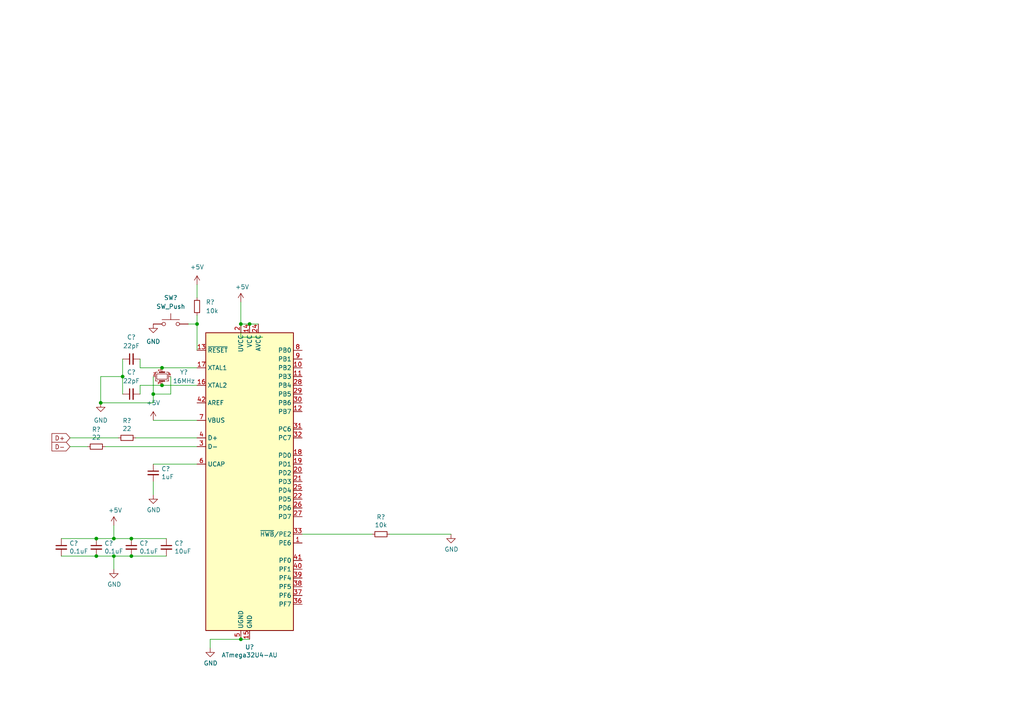
<source format=kicad_sch>
(kicad_sch (version 20211123) (generator eeschema)
  (paper "A4")
  (lib_symbols
    (symbol "Device:C_Small" (pin_numbers hide) (pin_names (offset 0.254) hide)
      (property "Reference" "C" (at 0.254 1.778 0))
      (property "Value" "C_Small" (at 0.254 -2.032 0))
      (symbol "C_Small_0_1"
        (polyline (pts (xy -1.524 -0.508) (xy 1.524 -0.508)) (stroke (width 0.3302)))
        (polyline (pts (xy -1.524 0.508) (xy 1.524 0.508)) (stroke (width 0.3048)))
      )
      (symbol "C_Small_1_1"
        (pin passive line (at 0 2.54 270) (length 2.032) (name "~") (number "1"))
        (pin passive line (at 0 -2.54 90) (length 2.032) (name "~") (number "2"))
      )
    )
    (symbol "Device:Crystal_GND24_Small" (pin_names (offset 1.016) hide)
      (property "Reference" "Y" (at 1.27 4.445 0))
      (property "Value" "Crystal_GND24_Small" (at 1.27 2.54 0))
      (symbol "Crystal_GND24_Small_0_1"
        (rectangle (start -0.762 -1.524) (end 0.762 1.524))
        (polyline (pts (xy -1.27 -0.762) (xy -1.27 0.762)) (stroke (width 0.381)))
        (polyline (pts (xy 1.27 -0.762) (xy 1.27 0.762)) (stroke (width 0.381)))
        (polyline (pts (xy -1.27 -1.27) (xy -1.27 -1.905) (xy 1.27 -1.905) (xy 1.27 -1.27)))
        (polyline (pts (xy -1.27 1.27) (xy -1.27 1.905) (xy 1.27 1.905) (xy 1.27 1.27)))
      )
      (symbol "Crystal_GND24_Small_1_1"
        (pin passive line (at -2.54 0 0) (length 1.27) (name "1") (number "1"))
        (pin passive line (at 0 -2.54 90) (length 0.635) (name "2") (number "2"))
        (pin passive line (at 2.54 0 180) (length 1.27) (name "3") (number "3"))
        (pin passive line (at 0 2.54 270) (length 0.635) (name "4") (number "4"))
      )
    )
    (symbol "Device:R_Small" (pin_numbers hide) (pin_names (offset 0.254) hide)
      (property "Reference" "R" (at 0.762 0.508 0))
      (property "Value" "R_Small" (at 0.762 -1.016 0))
      (symbol "R_Small_0_1"
        (rectangle (start -0.762 1.778) (end 0.762 -1.778) (stroke (width 0.2032)))
      )
      (symbol "R_Small_1_1"
        (pin passive line (at 0 2.54 270) (length 0.762) (name "~") (number "1"))
        (pin passive line (at 0 -2.54 90) (length 0.762) (name "~") (number "2"))
      )
    )
    (symbol "MCU_Microchip_ATmega:ATmega32U4-AU"
      (property "Reference" "U" (at -12.7 44.45 0))
      (property "Value" "MCU_Microchip_ATmega_ATmega32U4-AU" (at 2.54 -44.45 0))
      (symbol "ATmega32U4-AU_0_1"
        (rectangle (start -12.7 -43.18) (end 12.7 43.18) (stroke (width 0.254)) (fill (type background)))
      )
      (symbol "ATmega32U4-AU_1_1"
        (pin bidirectional line (at 15.24 -17.78 180) (length 2.54) (name "PE6") (number "1"))
        (pin bidirectional line (at 15.24 33.02 180) (length 2.54) (name "PB2") (number "10"))
        (pin bidirectional line (at 15.24 30.48 180) (length 2.54) (name "PB3") (number "11"))
        (pin bidirectional line (at 15.24 20.32 180) (length 2.54) (name "PB7") (number "12"))
        (pin input line (at -15.24 38.1 0) (length 2.54) (name "~{RESET}") (number "13"))
        (pin power_in line (at 0 45.72 270) (length 2.54) (name "VCC") (number "14"))
        (pin power_in line (at 0 -45.72 90) (length 2.54) (name "GND") (number "15"))
        (pin output line (at -15.24 27.94 0) (length 2.54) (name "XTAL2") (number "16"))
        (pin input line (at -15.24 33.02 0) (length 2.54) (name "XTAL1") (number "17"))
        (pin bidirectional line (at 15.24 7.62 180) (length 2.54) (name "PD0") (number "18"))
        (pin bidirectional line (at 15.24 5.08 180) (length 2.54) (name "PD1") (number "19"))
        (pin power_in line (at -2.54 45.72 270) (length 2.54) (name "UVCC") (number "2"))
        (pin bidirectional line (at 15.24 2.54 180) (length 2.54) (name "PD2") (number "20"))
        (pin bidirectional line (at 15.24 0 180) (length 2.54) (name "PD3") (number "21"))
        (pin bidirectional line (at 15.24 -5.08 180) (length 2.54) (name "PD5") (number "22"))
        (pin passive line (at 0 -45.72 90) (length 2.54) hide (name "GND") (number "23"))
        (pin power_in line (at 2.54 45.72 270) (length 2.54) (name "AVCC") (number "24"))
        (pin bidirectional line (at 15.24 -2.54 180) (length 2.54) (name "PD4") (number "25"))
        (pin bidirectional line (at 15.24 -7.62 180) (length 2.54) (name "PD6") (number "26"))
        (pin bidirectional line (at 15.24 -10.16 180) (length 2.54) (name "PD7") (number "27"))
        (pin bidirectional line (at 15.24 27.94 180) (length 2.54) (name "PB4") (number "28"))
        (pin bidirectional line (at 15.24 25.4 180) (length 2.54) (name "PB5") (number "29"))
        (pin bidirectional line (at -15.24 10.16 0) (length 2.54) (name "D-") (number "3"))
        (pin bidirectional line (at 15.24 22.86 180) (length 2.54) (name "PB6") (number "30"))
        (pin bidirectional line (at 15.24 15.24 180) (length 2.54) (name "PC6") (number "31"))
        (pin bidirectional line (at 15.24 12.7 180) (length 2.54) (name "PC7") (number "32"))
        (pin bidirectional line (at 15.24 -15.24 180) (length 2.54) (name "~{HWB}/PE2") (number "33"))
        (pin passive line (at 0 45.72 270) (length 2.54) hide (name "VCC") (number "34"))
        (pin passive line (at 0 -45.72 90) (length 2.54) hide (name "GND") (number "35"))
        (pin bidirectional line (at 15.24 -35.56 180) (length 2.54) (name "PF7") (number "36"))
        (pin bidirectional line (at 15.24 -33.02 180) (length 2.54) (name "PF6") (number "37"))
        (pin bidirectional line (at 15.24 -30.48 180) (length 2.54) (name "PF5") (number "38"))
        (pin bidirectional line (at 15.24 -27.94 180) (length 2.54) (name "PF4") (number "39"))
        (pin bidirectional line (at -15.24 12.7 0) (length 2.54) (name "D+") (number "4"))
        (pin bidirectional line (at 15.24 -25.4 180) (length 2.54) (name "PF1") (number "40"))
        (pin bidirectional line (at 15.24 -22.86 180) (length 2.54) (name "PF0") (number "41"))
        (pin passive line (at -15.24 22.86 0) (length 2.54) (name "AREF") (number "42"))
        (pin passive line (at 0 -45.72 90) (length 2.54) hide (name "GND") (number "43"))
        (pin passive line (at 2.54 45.72 270) (length 2.54) hide (name "AVCC") (number "44"))
        (pin passive line (at -2.54 -45.72 90) (length 2.54) (name "UGND") (number "5"))
        (pin passive line (at -15.24 5.08 0) (length 2.54) (name "UCAP") (number "6"))
        (pin input line (at -15.24 17.78 0) (length 2.54) (name "VBUS") (number "7"))
        (pin bidirectional line (at 15.24 38.1 180) (length 2.54) (name "PB0") (number "8"))
        (pin bidirectional line (at 15.24 35.56 180) (length 2.54) (name "PB1") (number "9"))
      )
    )
    (symbol "Switch:SW_Push" (pin_numbers hide) (pin_names (offset 1.016) hide)
      (property "Reference" "SW" (at 1.27 2.54 0))
      (property "Value" "SW_Push" (at 0 -1.524 0))
      (symbol "SW_Push_0_1"
        (circle (center -2.032 0) (radius 0.508))
        (polyline (pts (xy 0 1.27) (xy 0 3.048)))
        (polyline (pts (xy 2.54 1.27) (xy -2.54 1.27)))
        (circle (center 2.032 0) (radius 0.508))
        (pin passive line (at -5.08 0 0) (length 2.54) (name "1") (number "1"))
        (pin passive line (at 5.08 0 180) (length 2.54) (name "2") (number "2"))
      )
    )
    (symbol "power:+5V" (power) (pin_names (offset 0))
      (property "Value" "+5V" (at 0 3.556 0))
      (symbol "+5V_0_1"
        (polyline (pts (xy -0.762 1.27) (xy 0 2.54)))
        (polyline (pts (xy 0 0) (xy 0 2.54)))
        (polyline (pts (xy 0 2.54) (xy 0.762 1.27)))
      )
      (symbol "+5V_1_1"
        (pin power_in line (at 0 0 90) (length 0) hide (name "+5V") (number "1"))
      )
    )
    (symbol "power:GND" (power) (pin_names (offset 0))
      (property "Value" "GND" (at 0 -3.81 0))
      (symbol "GND_0_1"
        (polyline (pts (xy 0 0) (xy 0 -1.27) (xy 1.27 -1.27) (xy 0 -2.54) (xy -1.27 -1.27) (xy 0 -1.27)))
      )
      (symbol "GND_1_1"
        (pin power_in line (at 0 0 270) (length 0) hide (name "GND") (number "1"))
      )
    )
  )
  (junction (at 27.94 161.29))
  (junction (at 72.39 93.98))
  (junction (at 57.15 93.98))
  (junction (at 29.21 116.84))
  (junction (at 69.85 93.98))
  (junction (at 33.02 156.21))
  (junction (at 38.1 156.21))
  (junction (at 33.02 161.29))
  (junction (at 69.85 185.42))
  (junction (at 35.56 109.22))
  (junction (at 27.94 156.21))
  (junction (at 46.99 106.68))
  (junction (at 44.45 114.3))
  (junction (at 46.99 111.76))
  (junction (at 38.1 161.29))
  (wire (pts (xy 49.53 114.3) (xy 44.45 114.3)))
  (wire (pts (xy 69.85 97.79) (xy 69.85 93.98)))
  (wire (pts (xy 57.15 127) (xy 39.37 127)))
  (wire (pts (xy 113.03 154.94) (xy 130.81 154.94)))
  (wire (pts (xy 76.2 97.79) (xy 69.85 97.79)))
  (wire (pts (xy 40.64 111.76) (xy 46.99 111.76)))
  (wire (pts (xy 46.99 111.76) (xy 57.15 111.76)))
  (wire (pts (xy 57.15 93.98) (xy 54.61 93.98)))
  (wire (pts (xy 44.45 109.22) (xy 44.45 114.3)))
  (wire (pts (xy 34.29 127) (xy 20.32 127)))
  (wire (pts (xy 38.1 161.29) (xy 48.26 161.29)))
  (wire (pts (xy 46.99 106.68) (xy 40.64 106.68)))
  (wire (pts (xy 17.78 156.21) (xy 27.94 156.21)))
  (wire (pts (xy 44.45 139.7) (xy 44.45 143.51)))
  (wire (pts (xy 57.15 101.6) (xy 57.15 93.98)))
  (wire (pts (xy 57.15 82.55) (xy 57.15 86.36)))
  (wire (pts (xy 46.99 106.68) (xy 57.15 106.68)))
  (wire (pts (xy 48.26 156.21) (xy 38.1 156.21)))
  (wire (pts (xy 44.45 116.84) (xy 29.21 116.84)))
  (wire (pts (xy 33.02 161.29) (xy 38.1 161.29)))
  (wire (pts (xy 27.94 161.29) (xy 33.02 161.29)))
  (wire (pts (xy 35.56 109.22) (xy 35.56 114.3)))
  (wire (pts (xy 35.56 109.22) (xy 29.21 109.22)))
  (wire (pts (xy 87.63 154.94) (xy 107.95 154.94)))
  (wire (pts (xy 44.45 121.92) (xy 57.15 121.92)))
  (wire (pts (xy 35.56 104.14) (xy 35.56 109.22)))
  (wire (pts (xy 57.15 134.62) (xy 44.45 134.62)))
  (wire (pts (xy 49.53 109.22) (xy 49.53 114.3)))
  (wire (pts (xy 72.39 185.42) (xy 69.85 185.42)))
  (wire (pts (xy 29.21 109.22) (xy 29.21 116.84)))
  (wire (pts (xy 27.94 156.21) (xy 33.02 156.21)))
  (wire (pts (xy 33.02 156.21) (xy 33.02 152.4)))
  (wire (pts (xy 57.15 129.54) (xy 30.48 129.54)))
  (wire (pts (xy 25.4 129.54) (xy 20.32 129.54)))
  (wire (pts (xy 17.78 161.29) (xy 27.94 161.29)))
  (wire (pts (xy 44.45 114.3) (xy 44.45 116.84)))
  (wire (pts (xy 74.93 93.98) (xy 72.39 93.98)))
  (wire (pts (xy 40.64 106.68) (xy 40.64 104.14)))
  (wire (pts (xy 40.64 111.76) (xy 40.64 114.3)))
  (wire (pts (xy 60.96 185.42) (xy 60.96 187.96)))
  (wire (pts (xy 57.15 91.44) (xy 57.15 93.98)))
  (wire (pts (xy 69.85 87.63) (xy 69.85 93.98)))
  (wire (pts (xy 69.85 185.42) (xy 60.96 185.42)))
  (wire (pts (xy 38.1 156.21) (xy 33.02 156.21)))
  (wire (pts (xy 72.39 93.98) (xy 69.85 93.98)))
  (wire (pts (xy 33.02 165.1) (xy 33.02 161.29)))
  (global_label "D+" (shape input) (at 20.32 127 180) (property "Intersheet References" "${INTERSHEET_REFS}" (effects hide)))
  (global_label "D-" (shape input) (at 20.32 129.54 180) (property "Intersheet References" "${INTERSHEET_REFS}" (effects hide)))
  (symbol (lib_id "MCU_Microchip_ATmega:ATmega32U4-AU") (at 72.39 139.7 0) (unit 1)
    (property "Reference" "U?" (at 72.39 187.6806 0))
    (property "Value" "ATmega32U4-AU" (at 72.39 189.992 0))
    (property "Footprint" "Package_QFP:TQFP-44_10x10mm_P0.8mm" (effects hide))
    (property "Datasheet" "http://ww1.microchip.com/downloads/en/DeviceDoc/Atmel-7766-8-bit-AVR-ATmega16U4-32U4_Datasheet.pdf" (effects hide))
  )
  (symbol (lib_id "power:+5V") (at 69.85 87.63 0) (unit 1)
    (property "Reference" "#PWR?" (effects hide))
    (property "Value" "+5V" (at 70.231 83.2358 0))
  )
  (symbol (lib_id "power:GND") (at 60.96 187.96 0) (unit 1)
    (property "Reference" "#PWR?" (effects hide))
    (property "Value" "GND" (at 61.087 192.3542 0))
  )
  (symbol (lib_id "Device:R_Small") (at 110.49 154.94 270) (unit 1)
    (property "Reference" "R?" (at 110.49 149.9616 90))
    (property "Value" "10k" (at 110.49 152.273 90))
  )
  (symbol (lib_id "power:GND") (at 130.81 154.94 0) (unit 1)
    (property "Reference" "#PWR?" (effects hide))
    (property "Value" "GND" (at 130.937 159.3342 0))
  )
  (symbol (lib_id "Device:R_Small") (at 36.83 127 270) (unit 1)
    (property "Reference" "R?" (at 36.83 122.0216 90))
    (property "Value" "22" (at 36.83 124.333 90))
  )
  (symbol (lib_id "Device:R_Small") (at 27.94 129.54 270) (unit 1)
    (property "Reference" "R?" (at 27.94 124.5616 90))
    (property "Value" "22" (at 27.94 126.873 90))
  )
  (symbol (lib_id "Device:C_Small") (at 44.45 137.16 0) (unit 1)
    (property "Reference" "C?" (at 46.7868 135.9916 0) (effects (justify left)))
    (property "Value" "1uF" (at 46.7868 138.303 0) (effects (justify left)))
  )
  (symbol (lib_id "power:GND") (at 44.45 143.51 0) (unit 1)
    (property "Reference" "#PWR?" (effects hide))
    (property "Value" "GND" (at 44.577 147.9042 0))
  )
  (symbol (lib_id "Device:C_Small") (at 27.94 158.75 0) (unit 1)
    (property "Reference" "C?" (at 30.2768 157.5816 0) (effects (justify left)))
    (property "Value" "0.1uF" (at 30.2768 159.893 0) (effects (justify left)))
  )
  (symbol (lib_id "Device:C_Small") (at 38.1 158.75 0) (unit 1)
    (property "Reference" "C?" (at 40.4368 157.5816 0) (effects (justify left)))
    (property "Value" "0.1uF" (at 40.4368 159.893 0) (effects (justify left)))
  )
  (symbol (lib_id "Device:C_Small") (at 17.78 158.75 0) (unit 1)
    (property "Reference" "C?" (at 20.1168 157.5816 0) (effects (justify left)))
    (property "Value" "0.1uF" (at 20.1168 159.893 0) (effects (justify left)))
  )
  (symbol (lib_id "Device:C_Small") (at 48.26 158.75 0) (unit 1)
    (property "Reference" "C?" (at 50.5968 157.5816 0) (effects (justify left)))
    (property "Value" "10uF" (at 50.5968 159.893 0) (effects (justify left)))
  )
  (symbol (lib_id "power:+5V") (at 33.02 152.4 0) (unit 1)
    (property "Reference" "#PWR?" (effects hide))
    (property "Value" "+5V" (at 33.401 148.0058 0))
  )
  (symbol (lib_id "power:GND") (at 33.02 165.1 0) (unit 1)
    (property "Reference" "#PWR?" (effects hide))
    (property "Value" "GND" (at 33.147 169.4942 0))
  )
  (symbol (lib_id "power:+5V") (at 44.45 121.92 0) (unit 1)
    (property "Reference" "#PWR?" (effects hide))
    (property "Value" "+5V" (at 44.45 116.84 0))
  )
  (symbol (lib_id "Device:R_Small") (at 57.15 88.9 0) (unit 1)
    (property "Reference" "R?" (at 59.69 87.6299 0) (effects (justify left)))
    (property "Value" "10k" (at 59.69 90.1699 0) (effects (justify left)))
  )
  (symbol (lib_id "Device:Crystal_GND24_Small") (at 46.99 109.22 270) (unit 1)
    (property "Reference" "Y?" (at 53.34 107.95 90))
    (property "Value" "16MHz" (at 53.34 110.49 90))
  )
  (symbol (lib_id "power:GND") (at 44.45 93.98 0) (unit 1)
    (property "Reference" "#PWR?" (effects hide))
    (property "Value" "GND" (at 44.45 99.06 0))
  )
  (symbol (lib_id "Switch:SW_Push") (at 49.53 93.98 0) (unit 1)
    (property "Reference" "SW?" (at 49.53 86.36 0))
    (property "Value" "SW_Push" (at 49.53 88.9 0))
  )
  (symbol (lib_id "Device:C_Small") (at 38.1 104.14 90) (unit 1)
    (property "Reference" "C?" (at 38.1063 97.79 90))
    (property "Value" "22pF" (at 38.1063 100.33 90))
  )
  (symbol (lib_id "power:GND") (at 29.21 116.84 0) (unit 1)
    (property "Reference" "#PWR?" (effects hide))
    (property "Value" "GND" (at 29.21 121.92 0))
  )
  (symbol (lib_id "Device:C_Small") (at 38.1 114.3 90) (unit 1)
    (property "Reference" "C?" (at 38.1063 107.95 90))
    (property "Value" "22pF" (at 38.1063 110.49 90))
  )
  (symbol (lib_id "power:+5V") (at 57.15 82.55 0) (unit 1)
    (property "Reference" "#PWR?" (effects hide))
    (property "Value" "+5V" (at 57.15 77.47 0))
  )
)
</source>
